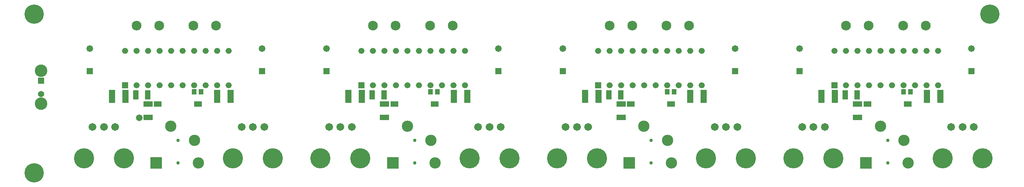
<source format=gts>
G04*
G04 #@! TF.GenerationSoftware,Altium Limited,Altium Designer,23.0.1 (38)*
G04*
G04 Layer_Color=8388736*
%FSLAX26Y26*%
%MOIN*%
G70*
G04*
G04 #@! TF.SameCoordinates,B86BD9B1-E4BC-44FB-91C3-8862E556E9DD*
G04*
G04*
G04 #@! TF.FilePolarity,Negative*
G04*
G01*
G75*
%ADD19R,0.053276X0.114299*%
%ADD20R,0.047764X0.079653*%
%ADD21R,0.067055X0.051307*%
%ADD22R,0.043433X0.045402*%
%ADD23R,0.078866X0.049339*%
%ADD24C,0.168000*%
%ADD25C,0.029654*%
%ADD26C,0.098354*%
%ADD27R,0.098354X0.098354*%
%ADD28R,0.054063X0.054063*%
%ADD29C,0.054063*%
%ADD30C,0.108787*%
%ADD31C,0.067055*%
%ADD32C,0.175716*%
%ADD33R,0.052606X0.052606*%
%ADD34C,0.052606*%
%ADD35R,0.058197X0.058197*%
%ADD36C,0.058197*%
%ADD37C,0.084772*%
%ADD38C,0.058000*%
D19*
X6965945Y791260D02*
D03*
X7084055D02*
D03*
X7880945D02*
D03*
X7999055D02*
D03*
X4910945D02*
D03*
X5029055D02*
D03*
X5825945D02*
D03*
X5944055D02*
D03*
X2855945D02*
D03*
X2974055D02*
D03*
X3770945D02*
D03*
X3889055D02*
D03*
X800945D02*
D03*
X919055D02*
D03*
X1715945D02*
D03*
X1834055D02*
D03*
D20*
X7173032Y806260D02*
D03*
X7276968D02*
D03*
X5118032D02*
D03*
X5221968D02*
D03*
X3063032D02*
D03*
X3166968D02*
D03*
X1008032D02*
D03*
X1111968D02*
D03*
D21*
X7715197Y726260D02*
D03*
X7364803D02*
D03*
X5660197D02*
D03*
X5309803D02*
D03*
X3605197D02*
D03*
X3254803D02*
D03*
X1550197D02*
D03*
X1199803D02*
D03*
D22*
X7680472Y831260D02*
D03*
X7739528D02*
D03*
X5625472D02*
D03*
X5684528D02*
D03*
X3570472D02*
D03*
X3629528D02*
D03*
X1515472D02*
D03*
X1574528D02*
D03*
D23*
X7280000Y725315D02*
D03*
Y607205D02*
D03*
X5225000Y725315D02*
D03*
Y607205D02*
D03*
X3170000Y725315D02*
D03*
Y607205D02*
D03*
X1115000Y725315D02*
D03*
Y607205D02*
D03*
D24*
X8430000Y1510000D02*
D03*
X125000D02*
D03*
Y125000D02*
D03*
D25*
X7541059Y408776D02*
D03*
Y211925D02*
D03*
X5486059Y408776D02*
D03*
Y211925D02*
D03*
X3431059Y408776D02*
D03*
Y211925D02*
D03*
X1376059Y408776D02*
D03*
Y211925D02*
D03*
D26*
X7718225D02*
D03*
X7478067Y530823D02*
D03*
X7682792Y408776D02*
D03*
X5663225Y211925D02*
D03*
X5423067Y530823D02*
D03*
X5627792Y408776D02*
D03*
X3608224Y211925D02*
D03*
X3368067Y530823D02*
D03*
X3572791Y408776D02*
D03*
X1553225Y211925D02*
D03*
X1313067Y530823D02*
D03*
X1517792Y408776D02*
D03*
D27*
X7352083Y211925D02*
D03*
X5297083D02*
D03*
X3242083D02*
D03*
X1187083D02*
D03*
D28*
X185000Y930354D02*
D03*
D29*
Y812244D02*
D03*
D30*
Y1015000D02*
D03*
Y727598D02*
D03*
D31*
X6995197Y526851D02*
D03*
X6896772D02*
D03*
X6798346D02*
D03*
X8290197D02*
D03*
X8191772D02*
D03*
X8093346D02*
D03*
X4940197D02*
D03*
X4841772D02*
D03*
X4743346D02*
D03*
X6235197D02*
D03*
X6136772D02*
D03*
X6038346D02*
D03*
X2885197D02*
D03*
X2786772D02*
D03*
X2688347D02*
D03*
X4180197D02*
D03*
X4081772D02*
D03*
X3983347D02*
D03*
X830197D02*
D03*
X731772D02*
D03*
X633346D02*
D03*
X2125197D02*
D03*
X2026772D02*
D03*
X1928347D02*
D03*
D32*
X7070000Y251260D02*
D03*
X6723543D02*
D03*
X8365000D02*
D03*
X8018543D02*
D03*
X5015000D02*
D03*
X4668543D02*
D03*
X6310000D02*
D03*
X5963543D02*
D03*
X2960000D02*
D03*
X2613543D02*
D03*
X4255000D02*
D03*
X3908543D02*
D03*
X905000D02*
D03*
X558543D02*
D03*
X2200000D02*
D03*
X1853543D02*
D03*
D33*
X7080000Y890000D02*
D03*
X5025000D02*
D03*
X2970000D02*
D03*
X915000D02*
D03*
D34*
X7180000D02*
D03*
X7280000D02*
D03*
X7380000D02*
D03*
X7480000D02*
D03*
X7580000D02*
D03*
X7680000D02*
D03*
X7780000D02*
D03*
X7880000D02*
D03*
X7980000D02*
D03*
Y1190000D02*
D03*
X7880000D02*
D03*
X7780000D02*
D03*
X7680000D02*
D03*
X7580000D02*
D03*
X7480000D02*
D03*
X7380000D02*
D03*
X7280000D02*
D03*
X7180000D02*
D03*
X7080000D02*
D03*
X5125000Y890000D02*
D03*
X5225000D02*
D03*
X5325000D02*
D03*
X5425000D02*
D03*
X5525000D02*
D03*
X5625000D02*
D03*
X5725000D02*
D03*
X5825000D02*
D03*
X5925000D02*
D03*
Y1190000D02*
D03*
X5825000D02*
D03*
X5725000D02*
D03*
X5625000D02*
D03*
X5525000D02*
D03*
X5425000D02*
D03*
X5325000D02*
D03*
X5225000D02*
D03*
X5125000D02*
D03*
X5025000D02*
D03*
X3070000Y890000D02*
D03*
X3170000D02*
D03*
X3270000D02*
D03*
X3370000D02*
D03*
X3470000D02*
D03*
X3570000D02*
D03*
X3670000D02*
D03*
X3770000D02*
D03*
X3870000D02*
D03*
Y1190000D02*
D03*
X3770000D02*
D03*
X3670000D02*
D03*
X3570000D02*
D03*
X3470000D02*
D03*
X3370000D02*
D03*
X3270000D02*
D03*
X3170000D02*
D03*
X3070000D02*
D03*
X2970000D02*
D03*
X1015000Y890000D02*
D03*
X1115000D02*
D03*
X1215000D02*
D03*
X1315000D02*
D03*
X1415000D02*
D03*
X1515000D02*
D03*
X1615000D02*
D03*
X1715000D02*
D03*
X1815000D02*
D03*
Y1190000D02*
D03*
X1715000D02*
D03*
X1615000D02*
D03*
X1515000D02*
D03*
X1415000D02*
D03*
X1315000D02*
D03*
X1215000D02*
D03*
X1115000D02*
D03*
X1015000D02*
D03*
X915000D02*
D03*
D35*
X6775000Y1011260D02*
D03*
X8270000D02*
D03*
X4720000D02*
D03*
X6215000D02*
D03*
X2665000D02*
D03*
X4160000D02*
D03*
X610000D02*
D03*
X2105000D02*
D03*
D36*
X6775000Y1208110D02*
D03*
X8270000D02*
D03*
X4720000D02*
D03*
X6215000D02*
D03*
X2665000D02*
D03*
X4160000D02*
D03*
X610000D02*
D03*
X2105000D02*
D03*
D37*
X7180000Y1410000D02*
D03*
X7376850D02*
D03*
X7675000D02*
D03*
X7871850D02*
D03*
X5125000D02*
D03*
X5321850D02*
D03*
X5620000D02*
D03*
X5816850D02*
D03*
X3070000D02*
D03*
X3266850D02*
D03*
X3565000D02*
D03*
X3761850D02*
D03*
X1015000D02*
D03*
X1211850D02*
D03*
X1510000D02*
D03*
X1706850D02*
D03*
D38*
X1040000Y605000D02*
D03*
M02*

</source>
